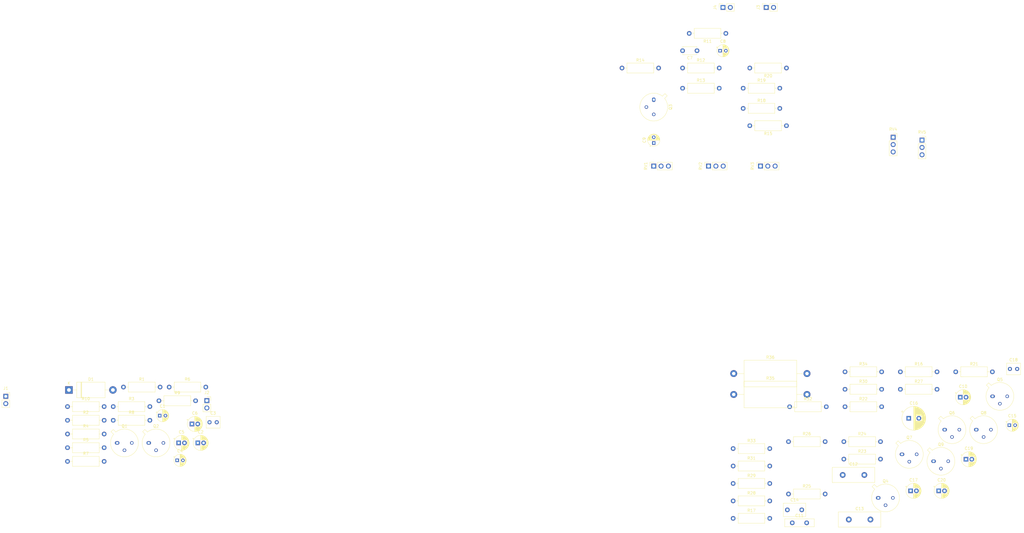
<source format=kicad_pcb>
(kicad_pcb (version 20171130) (host pcbnew 5.1.10)
  (title_block (title "Универсальный усилитель на транзисторах") (date 2020-04-12) (rev v1.0))
  (layers (0 F.Cu signal) (31 B.Cu signal) (35 F.Paste user) (37 F.SilkS user) (38 B.Mask user) (39 F.Mask user) (44 Edge.Cuts user))
  (net 0 "")
  (net 1 "Net-(C1-Pad1)")
  (net 2 "Net-(C1-Pad2)")
  (net 3 "Net-(C2-Pad2)")
  (net 4 "Net-(C3-Pad2)")
  (net 5 "Net-(C3-Pad1)")
  (net 6 GND)
  (net 7 "Net-(C4-Pad2)")
  (net 8 "Net-(C5-Pad1)")
  (net 9 "Net-(C5-Pad2)")
  (net 10 "Net-(C6-Pad2)")
  (net 11 "Net-(C7-Pad1)")
  (net 12 "Net-(C7-Pad2)")
  (net 13 "Net-(C9-Pad1)")
  (net 14 "Net-(C9-Pad2)")
  (net 15 "Net-(C10-Pad2)")
  (net 16 "Net-(C11-Pad1)")
  (net 17 "Net-(C11-Pad2)")
  (net 18 "Net-(C12-Pad2)")
  (net 19 "Net-(C13-Pad1)")
  (net 20 "Net-(C14-Pad1)")
  (net 21 "Net-(Q6-Pad2)")
  (net 22 "Net-(Q7-Pad2)")
  (net 23 -20V)
  (net 24 "Net-(C4-Pad1)")
  (net 25 "Net-(C8-Pad2)")
  (net 26 "Net-(C13-Pad2)")
  (net 27 "Net-(C15-Pad2)")
  (net 28 "Net-(C15-Pad1)")
  (net 29 "Net-(C16-Pad2)")
  (net 30 "Net-(C16-Pad1)")
  (net 31 "Net-(C17-Pad2)")
  (net 32 "Net-(C17-Pad1)")
  (net 33 "Net-(C18-Pad2)")
  (net 34 "Net-(C19-Pad1)")
  (net 35 "Net-(C20-Pad1)")
  (net 36 "Net-(Q1-Pad3)")
  (net 37 "Net-(Q3-Pad2)")
  (net 38 "Net-(Q8-Pad2)")
  (net 39 "Net-(Q9-Pad2)")
  (net 40 "Net-(R1-Pad2)")
  (net 41 "Net-(R17-Pad2)")
  (net 42 "Net-(R21-Pad1)")
  (net 43 "Net-(R26-Pad1)")
  (net 44 "Net-(R27-Pad1)")
  (net 45 "Net-(R29-Pad1)")
  (net 46 "Net-(R32-Pad2)")
  (module Resistor_THT:R_Axial_DIN0918_L18.0mm_D9.0mm_P25.40mm_Horizontal (layer F.Cu) (at 273.925001 65.775001)
    (fp_text reference R36 (at 12.7 -5.62) (layer F.SilkS))
    (fp_text value 0.15)
    (pad 2 thru_hole oval (at 25.4 0) (size 2.4 2.4) (drill 1.2) (layers *.Cu *.Mask) (net 6 GND))
    (pad 1 thru_hole circle (at 0 0) (size 2.4 2.4) (drill 1.2) (layers *.Cu *.Mask) (net 39 "Net-(Q9-Pad2)"))
  )
  (module Resistor_THT:R_Axial_DIN0918_L18.0mm_D9.0mm_P25.40mm_Horizontal (layer F.Cu) (at 273.925001 73.025001)
    (fp_text reference R35 (at 12.7 -5.62) (layer F.SilkS))
    (fp_text value 0.15)
    (pad 2 thru_hole oval (at 25.4 0) (size 2.4 2.4) (drill 1.2) (layers *.Cu *.Mask) (net 30 "Net-(C16-Pad1)"))
    (pad 1 thru_hole circle (at 0 0) (size 2.4 2.4) (drill 1.2) (layers *.Cu *.Mask) (net 38 "Net-(Q8-Pad2)"))
  )
  (module Resistor_THT:R_Axial_DIN0309_L9.0mm_D3.2mm_P12.70mm_Horizontal (layer F.Cu) (at 312.505001 65.175001)
    (fp_text reference R34 (at 6.35 -2.72) (layer F.SilkS))
    (fp_text value 100)
    (pad 2 thru_hole oval (at 12.7 0) (size 1.6 1.6) (drill 0.8) (layers *.Cu *.Mask) (net 6 GND))
    (pad 1 thru_hole circle (at 0 0) (size 1.6 1.6) (drill 0.8) (layers *.Cu *.Mask) (net 22 "Net-(Q7-Pad2)"))
  )
  (module Resistor_THT:R_Axial_DIN0309_L9.0mm_D3.2mm_P12.70mm_Horizontal (layer F.Cu) (at 273.725001 91.775001)
    (fp_text reference R33 (at 6.35 -2.72) (layer F.SilkS))
    (fp_text value 100)
    (pad 2 thru_hole oval (at 12.7 0) (size 1.6 1.6) (drill 0.8) (layers *.Cu *.Mask) (net 30 "Net-(C16-Pad1)"))
    (pad 1 thru_hole circle (at 0 0) (size 1.6 1.6) (drill 0.8) (layers *.Cu *.Mask) (net 21 "Net-(Q6-Pad2)"))
  )
  (module Resistor_THT:R_Axial_DIN0309_L9.0mm_D3.2mm_P12.70mm_Horizontal (layer F.Cu) (at 293.315001 77.275001)
    (fp_text reference R32 (at 6.35 -2.72) (layer F.SilkS))
    (fp_text value 1.8K)
    (pad 2 thru_hole oval (at 12.7 0) (size 1.6 1.6) (drill 0.8) (layers *.Cu *.Mask) (net 46 "Net-(R32-Pad2)"))
    (pad 1 thru_hole circle (at 0 0) (size 1.6 1.6) (drill 0.8) (layers *.Cu *.Mask) (net 43 "Net-(R26-Pad1)"))
  )
  (module Resistor_THT:R_Axial_DIN0309_L9.0mm_D3.2mm_P12.70mm_Horizontal (layer F.Cu) (at 273.725001 97.825001)
    (fp_text reference R31 (at 6.35 -2.72) (layer F.SilkS))
    (fp_text value 100)
    (pad 2 thru_hole oval (at 12.7 0) (size 1.6 1.6) (drill 0.8) (layers *.Cu *.Mask) (net 44 "Net-(R27-Pad1)"))
    (pad 1 thru_hole circle (at 0 0) (size 1.6 1.6) (drill 0.8) (layers *.Cu *.Mask) (net 45 "Net-(R29-Pad1)"))
  )
  (module Resistor_THT:R_Axial_DIN0309_L9.0mm_D3.2mm_P12.70mm_Horizontal (layer F.Cu) (at 312.505001 71.225001)
    (fp_text reference R30 (at 6.35 -2.72) (layer F.SilkS))
    (fp_text value 2.4K)
    (pad 2 thru_hole oval (at 12.7 0) (size 1.6 1.6) (drill 0.8) (layers *.Cu *.Mask) (net 45 "Net-(R29-Pad1)"))
    (pad 1 thru_hole circle (at 0 0) (size 1.6 1.6) (drill 0.8) (layers *.Cu *.Mask) (net 23 -20V))
  )
  (module Resistor_THT:R_Axial_DIN0309_L9.0mm_D3.2mm_P12.70mm_Horizontal (layer F.Cu) (at 273.725001 103.875001)
    (fp_text reference R29 (at 6.35 -2.72) (layer F.SilkS))
    (fp_text value 240)
    (pad 2 thru_hole oval (at 12.7 0) (size 1.6 1.6) (drill 0.8) (layers *.Cu *.Mask) (net 32 "Net-(C17-Pad1)"))
    (pad 1 thru_hole circle (at 0 0) (size 1.6 1.6) (drill 0.8) (layers *.Cu *.Mask) (net 45 "Net-(R29-Pad1)"))
  )
  (module Resistor_THT:R_Axial_DIN0309_L9.0mm_D3.2mm_P12.70mm_Horizontal (layer F.Cu) (at 273.725001 109.925001)
    (fp_text reference R28 (at 6.35 -2.72) (layer F.SilkS))
    (fp_text value 240)
    (pad 2 thru_hole oval (at 12.7 0) (size 1.6 1.6) (drill 0.8) (layers *.Cu *.Mask) (net 34 "Net-(C19-Pad1)"))
    (pad 1 thru_hole circle (at 0 0) (size 1.6 1.6) (drill 0.8) (layers *.Cu *.Mask) (net 43 "Net-(R26-Pad1)"))
  )
  (module Resistor_THT:R_Axial_DIN0309_L9.0mm_D3.2mm_P12.70mm_Horizontal (layer F.Cu) (at 331.695001 71.225001)
    (fp_text reference R27 (at 6.35 -2.72) (layer F.SilkS))
    (fp_text value 120)
    (pad 2 thru_hole oval (at 12.7 0) (size 1.6 1.6) (drill 0.8) (layers *.Cu *.Mask) (net 30 "Net-(C16-Pad1)"))
    (pad 1 thru_hole circle (at 0 0) (size 1.6 1.6) (drill 0.8) (layers *.Cu *.Mask) (net 44 "Net-(R27-Pad1)"))
  )
  (module Resistor_THT:R_Axial_DIN0309_L9.0mm_D3.2mm_P12.70mm_Horizontal (layer F.Cu) (at 292.915001 89.375001)
    (fp_text reference R26 (at 6.35 -2.72) (layer F.SilkS))
    (fp_text value 100)
    (pad 2 thru_hole oval (at 12.7 0) (size 1.6 1.6) (drill 0.8) (layers *.Cu *.Mask) (net 6 GND))
    (pad 1 thru_hole circle (at 0 0) (size 1.6 1.6) (drill 0.8) (layers *.Cu *.Mask) (net 43 "Net-(R26-Pad1)"))
  )
  (module Resistor_THT:R_Axial_DIN0309_L9.0mm_D3.2mm_P12.70mm_Horizontal (layer F.Cu) (at 292.915001 107.525001)
    (fp_text reference R25 (at 6.35 -2.72) (layer F.SilkS))
    (fp_text value 100)
    (pad 2 thru_hole oval (at 12.7 0) (size 1.6 1.6) (drill 0.8) (layers *.Cu *.Mask) (net 6 GND))
    (pad 1 thru_hole circle (at 0 0) (size 1.6 1.6) (drill 0.8) (layers *.Cu *.Mask) (net 33 "Net-(C18-Pad2)"))
  )
  (module Resistor_THT:R_Axial_DIN0309_L9.0mm_D3.2mm_P12.70mm_Horizontal (layer F.Cu) (at 312.105001 89.375001)
    (fp_text reference R24 (at 6.35 -2.72) (layer F.SilkS))
    (fp_text value 100)
    (pad 2 thru_hole oval (at 12.7 0) (size 1.6 1.6) (drill 0.8) (layers *.Cu *.Mask) (net 31 "Net-(C17-Pad2)"))
    (pad 1 thru_hole circle (at 0 0) (size 1.6 1.6) (drill 0.8) (layers *.Cu *.Mask) (net 29 "Net-(C16-Pad2)"))
  )
  (module Resistor_THT:R_Axial_DIN0309_L9.0mm_D3.2mm_P12.70mm_Horizontal (layer F.Cu) (at 312.105001 95.425001)
    (fp_text reference R23 (at 6.35 -2.72) (layer F.SilkS))
    (fp_text value 360)
    (pad 2 thru_hole oval (at 12.7 0) (size 1.6 1.6) (drill 0.8) (layers *.Cu *.Mask) (net 29 "Net-(C16-Pad2)"))
    (pad 1 thru_hole circle (at 0 0) (size 1.6 1.6) (drill 0.8) (layers *.Cu *.Mask) (net 23 -20V))
  )
  (module Resistor_THT:R_Axial_DIN0309_L9.0mm_D3.2mm_P12.70mm_Horizontal (layer F.Cu) (at 312.505001 77.275001)
    (fp_text reference R22 (at 6.35 -2.72) (layer F.SilkS))
    (fp_text value 10K)
    (pad 2 thru_hole oval (at 12.7 0) (size 1.6 1.6) (drill 0.8) (layers *.Cu *.Mask) (net 6 GND))
    (pad 1 thru_hole circle (at 0 0) (size 1.6 1.6) (drill 0.8) (layers *.Cu *.Mask) (net 27 "Net-(C15-Pad2)"))
  )
  (module Resistor_THT:R_Axial_DIN0309_L9.0mm_D3.2mm_P12.70mm_Horizontal (layer F.Cu) (at 350.885001 65.175001)
    (fp_text reference R21 (at 6.35 -2.72) (layer F.SilkS))
    (fp_text value 27K)
    (pad 2 thru_hole oval (at 12.7 0) (size 1.6 1.6) (drill 0.8) (layers *.Cu *.Mask) (net 27 "Net-(C15-Pad2)"))
    (pad 1 thru_hole circle (at 0 0) (size 1.6 1.6) (drill 0.8) (layers *.Cu *.Mask) (net 42 "Net-(R21-Pad1)"))
  )
  (module Resistor_THT:R_Axial_DIN0309_L9.0mm_D3.2mm_P12.70mm_Horizontal (layer F.Cu) (at 292.2 -40.14 180)
    (fp_text reference R20 (at 6.35 -2.72) (layer F.SilkS))
    (fp_text value 1K)
    (pad 2 thru_hole oval (at 12.7 0 180) (size 1.6 1.6) (drill 0.8) (layers *.Cu *.Mask) (net 15 "Net-(C10-Pad2)"))
    (pad 1 thru_hole circle (at 0 0 180) (size 1.6 1.6) (drill 0.8) (layers *.Cu *.Mask) (net 23 -20V))
  )
  (module Resistor_THT:R_Axial_DIN0309_L9.0mm_D3.2mm_P12.70mm_Horizontal (layer F.Cu) (at 277.2 -33.14)
    (fp_text reference R19 (at 6.35 -2.72) (layer F.SilkS))
    (fp_text value 10K)
    (pad 2 thru_hole oval (at 12.7 0) (size 1.6 1.6) (drill 0.8) (layers *.Cu *.Mask) (net 28 "Net-(C15-Pad1)"))
    (pad 1 thru_hole circle (at 0 0) (size 1.6 1.6) (drill 0.8) (layers *.Cu *.Mask) (net 15 "Net-(C10-Pad2)"))
  )
  (module Resistor_THT:R_Axial_DIN0309_L9.0mm_D3.2mm_P12.70mm_Horizontal (layer F.Cu) (at 277.2 -26.14)
    (fp_text reference R18 (at 6.35 -2.72) (layer F.SilkS))
    (fp_text value 470K)
    (pad 2 thru_hole oval (at 12.7 0) (size 1.6 1.6) (drill 0.8) (layers *.Cu *.Mask) (net 28 "Net-(C15-Pad1)"))
    (pad 1 thru_hole circle (at 0 0) (size 1.6 1.6) (drill 0.8) (layers *.Cu *.Mask) (net 19 "Net-(C13-Pad1)"))
  )
  (module Resistor_THT:R_Axial_DIN0309_L9.0mm_D3.2mm_P12.70mm_Horizontal (layer F.Cu) (at 273.725001 115.975001)
    (fp_text reference R17 (at 6.35 -2.72) (layer F.SilkS))
    (fp_text value 6.2K)
    (pad 2 thru_hole oval (at 12.7 0) (size 1.6 1.6) (drill 0.8) (layers *.Cu *.Mask) (net 41 "Net-(R17-Pad2)"))
    (pad 1 thru_hole circle (at 0 0) (size 1.6 1.6) (drill 0.8) (layers *.Cu *.Mask) (net 16 "Net-(C11-Pad1)"))
  )
  (module Resistor_THT:R_Axial_DIN0309_L9.0mm_D3.2mm_P12.70mm_Horizontal (layer F.Cu) (at 331.695001 65.175001)
    (fp_text reference R16 (at 6.35 -2.72) (layer F.SilkS))
    (fp_text value 1K)
    (pad 2 thru_hole oval (at 12.7 0) (size 1.6 1.6) (drill 0.8) (layers *.Cu *.Mask) (net 18 "Net-(C12-Pad2)"))
    (pad 1 thru_hole circle (at 0 0) (size 1.6 1.6) (drill 0.8) (layers *.Cu *.Mask) (net 6 GND))
  )
  (module Resistor_THT:R_Axial_DIN0309_L9.0mm_D3.2mm_P12.70mm_Horizontal (layer F.Cu) (at 292.2 -20.14 180)
    (fp_text reference R15 (at 6.35 -2.72) (layer F.SilkS))
    (fp_text value 18K)
    (pad 2 thru_hole oval (at 12.7 0 180) (size 1.6 1.6) (drill 0.8) (layers *.Cu *.Mask) (net 19 "Net-(C13-Pad1)"))
    (pad 1 thru_hole circle (at 0 0 180) (size 1.6 1.6) (drill 0.8) (layers *.Cu *.Mask) (net 17 "Net-(C11-Pad2)"))
  )
  (module Resistor_THT:R_Axial_DIN0309_L9.0mm_D3.2mm_P12.70mm_Horizontal (layer F.Cu) (at 235.2 -40.14)
    (fp_text reference R14 (at 6.35 -2.72) (layer F.SilkS))
    (fp_text value 560)
    (pad 2 thru_hole oval (at 12.7 0) (size 1.6 1.6) (drill 0.8) (layers *.Cu *.Mask) (net 37 "Net-(Q3-Pad2)"))
    (pad 1 thru_hole circle (at 0 0) (size 1.6 1.6) (drill 0.8) (layers *.Cu *.Mask) (net 6 GND))
  )
  (module Resistor_THT:R_Axial_DIN0309_L9.0mm_D3.2mm_P12.70mm_Horizontal (layer F.Cu) (at 256.2 -33.14)
    (fp_text reference R13 (at 6.35 -2.72) (layer F.SilkS))
    (fp_text value 20K)
    (pad 2 thru_hole oval (at 12.7 0) (size 1.6 1.6) (drill 0.8) (layers *.Cu *.Mask) (net 15 "Net-(C10-Pad2)"))
    (pad 1 thru_hole circle (at 0 0) (size 1.6 1.6) (drill 0.8) (layers *.Cu *.Mask) (net 14 "Net-(C9-Pad2)"))
  )
  (module Resistor_THT:R_Axial_DIN0309_L9.0mm_D3.2mm_P12.70mm_Horizontal (layer F.Cu) (at 256.2 -40.14)
    (fp_text reference R12 (at 6.35 -2.72) (layer F.SilkS))
    (fp_text value 2K)
    (pad 2 thru_hole oval (at 12.7 0) (size 1.6 1.6) (drill 0.8) (layers *.Cu *.Mask) (net 15 "Net-(C10-Pad2)"))
    (pad 1 thru_hole circle (at 0 0) (size 1.6 1.6) (drill 0.8) (layers *.Cu *.Mask) (net 11 "Net-(C7-Pad1)"))
  )
  (module Resistor_THT:R_Axial_DIN0309_L9.0mm_D3.2mm_P12.70mm_Horizontal (layer F.Cu) (at 271.2 -52.14 180)
    (fp_text reference R11 (at 6.35 -2.72) (layer F.SilkS))
    (fp_text value 10K)
    (pad 2 thru_hole oval (at 12.7 0 180) (size 1.6 1.6) (drill 0.8) (layers *.Cu *.Mask) (net 12 "Net-(C7-Pad2)"))
    (pad 1 thru_hole circle (at 0 0 180) (size 1.6 1.6) (drill 0.8) (layers *.Cu *.Mask) (net 25 "Net-(C8-Pad2)"))
  )
  (module Resistor_THT:R_Axial_DIN0309_L9.0mm_D3.2mm_P12.70mm_Horizontal (layer F.Cu) (at 42.985001 77.225001)
    (fp_text reference R10 (at 6.35 -2.72) (layer F.SilkS))
    (fp_text value 1K)
    (pad 2 thru_hole oval (at 12.7 0) (size 1.6 1.6) (drill 0.8) (layers *.Cu *.Mask) (net 10 "Net-(C6-Pad2)"))
    (pad 1 thru_hole circle (at 0 0) (size 1.6 1.6) (drill 0.8) (layers *.Cu *.Mask) (net 23 -20V))
  )
  (module Resistor_THT:R_Axial_DIN0309_L9.0mm_D3.2mm_P12.70mm_Horizontal (layer F.Cu) (at 74.685001 75.205001)
    (fp_text reference R9 (at 6.35 -2.72) (layer F.SilkS))
    (fp_text value 590)
    (pad 2 thru_hole oval (at 12.7 0) (size 1.6 1.6) (drill 0.8) (layers *.Cu *.Mask) (net 6 GND))
    (pad 1 thru_hole circle (at 0 0) (size 1.6 1.6) (drill 0.8) (layers *.Cu *.Mask) (net 8 "Net-(C5-Pad1)"))
  )
  (module Resistor_THT:R_Axial_DIN0309_L9.0mm_D3.2mm_P12.70mm_Horizontal (layer F.Cu) (at 58.835001 81.975001)
    (fp_text reference R8 (at 6.35 -2.72) (layer F.SilkS))
    (fp_text value 1K)
    (pad 2 thru_hole oval (at 12.7 0) (size 1.6 1.6) (drill 0.8) (layers *.Cu *.Mask) (net 6 GND))
    (pad 1 thru_hole circle (at 0 0) (size 1.6 1.6) (drill 0.8) (layers *.Cu *.Mask) (net 40 "Net-(R1-Pad2)"))
  )
  (module Resistor_THT:R_Axial_DIN0309_L9.0mm_D3.2mm_P12.70mm_Horizontal (layer F.Cu) (at 42.985001 96.225001)
    (fp_text reference R7 (at 6.35 -2.72) (layer F.SilkS))
    (fp_text value 1.2K)
    (pad 2 thru_hole oval (at 12.7 0) (size 1.6 1.6) (drill 0.8) (layers *.Cu *.Mask) (net 40 "Net-(R1-Pad2)"))
    (pad 1 thru_hole circle (at 0 0) (size 1.6 1.6) (drill 0.8) (layers *.Cu *.Mask) (net 9 "Net-(C5-Pad2)"))
  )
  (module Resistor_THT:R_Axial_DIN0309_L9.0mm_D3.2mm_P12.70mm_Horizontal (layer F.Cu) (at 78.225001 70.455001)
    (fp_text reference R6 (at 6.35 -2.72) (layer F.SilkS))
    (fp_text value 8.2K)
    (pad 2 thru_hole oval (at 12.7 0) (size 1.6 1.6) (drill 0.8) (layers *.Cu *.Mask) (net 7 "Net-(C4-Pad2)"))
    (pad 1 thru_hole circle (at 0 0) (size 1.6 1.6) (drill 0.8) (layers *.Cu *.Mask) (net 10 "Net-(C6-Pad2)"))
  )
  (module Resistor_THT:R_Axial_DIN0309_L9.0mm_D3.2mm_P12.70mm_Horizontal (layer F.Cu) (at 42.985001 91.475001)
    (fp_text reference R5 (at 6.35 -2.72) (layer F.SilkS))
    (fp_text value 120K)
    (pad 2 thru_hole oval (at 12.7 0) (size 1.6 1.6) (drill 0.8) (layers *.Cu *.Mask) (net 36 "Net-(Q1-Pad3)"))
    (pad 1 thru_hole circle (at 0 0) (size 1.6 1.6) (drill 0.8) (layers *.Cu *.Mask) (net 10 "Net-(C6-Pad2)"))
  )
  (module Resistor_THT:R_Axial_DIN0309_L9.0mm_D3.2mm_P12.70mm_Horizontal (layer F.Cu) (at 42.985001 86.725001)
    (fp_text reference R4 (at 6.35 -2.72) (layer F.SilkS))
    (fp_text value 75K)
    (pad 2 thru_hole oval (at 12.7 0) (size 1.6 1.6) (drill 0.8) (layers *.Cu *.Mask) (net 4 "Net-(C3-Pad2)"))
    (pad 1 thru_hole circle (at 0 0) (size 1.6 1.6) (drill 0.8) (layers *.Cu *.Mask) (net 5 "Net-(C3-Pad1)"))
  )
  (module Resistor_THT:R_Axial_DIN0309_L9.0mm_D3.2mm_P12.70mm_Horizontal (layer F.Cu) (at 58.835001 77.225001)
    (fp_text reference R3 (at 6.35 -2.72) (layer F.SilkS))
    (fp_text value 3K)
    (pad 2 thru_hole oval (at 12.7 0) (size 1.6 1.6) (drill 0.8) (layers *.Cu *.Mask) (net 6 GND))
    (pad 1 thru_hole circle (at 0 0) (size 1.6 1.6) (drill 0.8) (layers *.Cu *.Mask) (net 3 "Net-(C2-Pad2)"))
  )
  (module Resistor_THT:R_Axial_DIN0309_L9.0mm_D3.2mm_P12.70mm_Horizontal (layer F.Cu) (at 42.985001 81.975001)
    (fp_text reference R2 (at 6.35 -2.72) (layer F.SilkS))
    (fp_text value 150)
    (pad 2 thru_hole oval (at 12.7 0) (size 1.6 1.6) (drill 0.8) (layers *.Cu *.Mask) (net 3 "Net-(C2-Pad2)"))
    (pad 1 thru_hole circle (at 0 0) (size 1.6 1.6) (drill 0.8) (layers *.Cu *.Mask) (net 4 "Net-(C3-Pad2)"))
  )
  (module Resistor_THT:R_Axial_DIN0309_L9.0mm_D3.2mm_P12.70mm_Horizontal (layer F.Cu) (at 62.375001 70.455001)
    (fp_text reference R1 (at 6.35 -2.72) (layer F.SilkS))
    (fp_text value 6.8K)
    (pad 2 thru_hole oval (at 12.7 0) (size 1.6 1.6) (drill 0.8) (layers *.Cu *.Mask) (net 40 "Net-(R1-Pad2)"))
    (pad 1 thru_hole circle (at 0 0) (size 1.6 1.6) (drill 0.8) (layers *.Cu *.Mask) (net 2 "Net-(C1-Pad2)"))
  )
  (module Package_TO_SOT_THT:TO-11-3 (layer F.Cu) (at 71.145001 89.825001)
    (fp_text reference Q2 (at 2.54 -5.82) (layer F.SilkS))
    (fp_text value П28)
    (pad 3 thru_hole oval (at 5.08 0) (size 1.2 1.2) (drill 0.7) (layers *.Cu *.Mask) (net 7 "Net-(C4-Pad2)"))
    (pad 2 thru_hole oval (at 2.54 2.54) (size 1.2 1.2) (drill 0.7) (layers *.Cu *.Mask) (net 9 "Net-(C5-Pad2)"))
    (pad 1 thru_hole oval (at 0 0) (size 1.6 1.2) (drill 0.7) (layers *.Cu *.Mask) (net 36 "Net-(Q1-Pad3)"))
  )
  (module Package_TO_SOT_THT:TO-11-3 (layer F.Cu) (at 60.195001 89.825001)
    (fp_text reference Q1 (at 2.54 -5.82) (layer F.SilkS))
    (fp_text value П28)
    (pad 3 thru_hole oval (at 5.08 0) (size 1.2 1.2) (drill 0.7) (layers *.Cu *.Mask) (net 36 "Net-(Q1-Pad3)"))
    (pad 2 thru_hole oval (at 2.54 2.54) (size 1.2 1.2) (drill 0.7) (layers *.Cu *.Mask) (net 4 "Net-(C3-Pad2)"))
    (pad 1 thru_hole oval (at 0 0) (size 1.6 1.2) (drill 0.7) (layers *.Cu *.Mask) (net 2 "Net-(C1-Pad2)"))
  )
  (module Connector_PinSocket_2.54mm:PinSocket_1x02_P2.54mm_Vertical (layer F.Cu) (at 91.285001 75.155001)
    (fp_text reference J2 (at 0 -2.77) (layer F.SilkS))
    (fp_text value Output)
    (pad 2 thru_hole oval (at 0 2.54) (size 1.7 1.7) (drill 1) (layers *.Cu *.Mask) (net 6 GND))
    (pad 1 thru_hole rect (at 0 0) (size 1.7 1.7) (drill 1) (layers *.Cu *.Mask) (net 24 "Net-(C4-Pad1)"))
  )
  (module Connector_PinSocket_2.54mm:PinSocket_1x02_P2.54mm_Vertical (layer F.Cu) (at 21.59 73.66)
    (fp_text reference J1 (at 0 -2.77) (layer F.SilkS))
    (fp_text value Input)
    (pad 2 thru_hole oval (at 0 2.54) (size 1.7 1.7) (drill 1) (layers *.Cu *.Mask) (net 6 GND))
    (pad 1 thru_hole rect (at 0 0) (size 1.7 1.7) (drill 1) (layers *.Cu *.Mask) (net 1 "Net-(C1-Pad1)"))
  )
  (module Diode_THT:D_DO-201_P15.24mm_Horizontal (layer F.Cu) (at 43.485001 71.465001)
    (fp_text reference D1 (at 7.62 -3.725) (layer F.SilkS))
    (fp_text value Д813)
    (fp_text user K (at 0 -2.3) (layer F.SilkS))
    (pad 2 thru_hole oval (at 15.24 0) (size 2.6 2.6) (drill 1.3) (layers *.Cu *.Mask) (net 10 "Net-(C6-Pad2)"))
    (pad 1 thru_hole rect (at 0 0) (size 2.6 2.6) (drill 1.3) (layers *.Cu *.Mask) (net 6 GND))
  )
  (module Capacitor_THT:CP_Radial_D5.0mm_P2.00mm (layer F.Cu) (at 344.989699 106.425001)
    (fp_text reference C20 (at 1 -3.75) (layer F.SilkS))
    (fp_text value "1u x 30V")
    (pad 2 thru_hole circle (at 2 0) (size 1.6 1.6) (drill 0.8) (layers *.Cu *.Mask) (net 30 "Net-(C16-Pad1)"))
    (pad 1 thru_hole rect (at 0 0) (size 1.6 1.6) (drill 0.8) (layers *.Cu *.Mask) (net 35 "Net-(C20-Pad1)"))
  )
  (module Capacitor_THT:CP_Radial_D5.0mm_P2.00mm (layer F.Cu) (at 354.439699 95.475001)
    (fp_text reference C19 (at 1 -3.75) (layer F.SilkS))
    (fp_text value "50u x 6V")
    (pad 2 thru_hole circle (at 2 0) (size 1.6 1.6) (drill 0.8) (layers *.Cu *.Mask) (net 33 "Net-(C18-Pad2)"))
    (pad 1 thru_hole rect (at 0 0) (size 1.6 1.6) (drill 0.8) (layers *.Cu *.Mask) (net 34 "Net-(C19-Pad1)"))
  )
  (module Capacitor_THT:C_Rect_L4.6mm_W3.8mm_P2.50mm_MKS02_FKP02 (layer F.Cu) (at 369.675001 64.175001)
    (fp_text reference C18 (at 1.25 -3.15) (layer F.SilkS))
    (fp_text value 0.001u)
    (pad 2 thru_hole circle (at 2.5 0) (size 1.4 1.4) (drill 0.7) (layers *.Cu *.Mask) (net 33 "Net-(C18-Pad2)"))
    (pad 1 thru_hole circle (at 0 0) (size 1.4 1.4) (drill 0.7) (layers *.Cu *.Mask) (net 30 "Net-(C16-Pad1)"))
  )
  (module Capacitor_THT:CP_Radial_D5.0mm_P2.00mm (layer F.Cu) (at 335.249699 106.425001)
    (fp_text reference C17 (at 1 -3.75) (layer F.SilkS))
    (fp_text value "50u x 6V")
    (pad 2 thru_hole circle (at 2 0) (size 1.6 1.6) (drill 0.8) (layers *.Cu *.Mask) (net 31 "Net-(C17-Pad2)"))
    (pad 1 thru_hole rect (at 0 0) (size 1.6 1.6) (drill 0.8) (layers *.Cu *.Mask) (net 32 "Net-(C17-Pad1)"))
  )
  (module Capacitor_THT:CP_Radial_D8.0mm_P3.50mm (layer F.Cu) (at 334.597083 81.275001)
    (fp_text reference C16 (at 1.75 -5.25) (layer F.SilkS))
    (fp_text value "200u x 15V")
    (pad 2 thru_hole circle (at 3.5 0) (size 1.6 1.6) (drill 0.8) (layers *.Cu *.Mask) (net 29 "Net-(C16-Pad2)"))
    (pad 1 thru_hole rect (at 0 0) (size 1.6 1.6) (drill 0.8) (layers *.Cu *.Mask) (net 30 "Net-(C16-Pad1)"))
  )
  (module Capacitor_THT:CP_Radial_D4.0mm_P2.00mm (layer F.Cu) (at 369.472212 83.675001)
    (fp_text reference C15 (at 1 -3.25) (layer F.SilkS))
    (fp_text value "10u x 10V")
    (pad 2 thru_hole circle (at 2 0) (size 1.2 1.2) (drill 0.6) (layers *.Cu *.Mask) (net 27 "Net-(C15-Pad2)"))
    (pad 1 thru_hole rect (at 0 0) (size 1.2 1.2) (drill 0.6) (layers *.Cu *.Mask) (net 28 "Net-(C15-Pad1)"))
  )
  (module Capacitor_THT:C_Disc_D7.5mm_W4.4mm_P5.00mm (layer F.Cu) (at 292.515001 113.025001)
    (fp_text reference C14 (at 2.5 -3.45) (layer F.SilkS))
    (fp_text value 0.01u)
    (pad 2 thru_hole circle (at 5 0) (size 1.6 1.6) (drill 0.8) (layers *.Cu *.Mask) (net 6 GND))
    (pad 1 thru_hole circle (at 0 0) (size 1.6 1.6) (drill 0.8) (layers *.Cu *.Mask) (net 20 "Net-(C14-Pad1)"))
  )
  (module Capacitor_THT:C_Disc_D14.5mm_W5.0mm_P7.50mm (layer F.Cu) (at 313.815001 116.375001)
    (fp_text reference C13 (at 3.75 -3.75) (layer F.SilkS))
    (fp_text value 0.1u)
    (pad 2 thru_hole circle (at 7.5 0) (size 2 2) (drill 1) (layers *.Cu *.Mask) (net 26 "Net-(C13-Pad2)"))
    (pad 1 thru_hole circle (at 0 0) (size 2 2) (drill 1) (layers *.Cu *.Mask) (net 19 "Net-(C13-Pad1)"))
  )
  (module Capacitor_THT:C_Disc_D14.5mm_W5.0mm_P7.50mm (layer F.Cu) (at 311.705001 100.925001)
    (fp_text reference C12 (at 3.75 -3.75) (layer F.SilkS))
    (fp_text value 0.22u)
    (pad 2 thru_hole circle (at 7.5 0) (size 2 2) (drill 1) (layers *.Cu *.Mask) (net 18 "Net-(C12-Pad2)"))
    (pad 1 thru_hole circle (at 0 0) (size 2 2) (drill 1) (layers *.Cu *.Mask) (net 16 "Net-(C11-Pad1)"))
  )
  (module Capacitor_THT:CP_Radial_D5.0mm_P2.00mm (layer F.Cu) (at 352.449647 73.975001)
    (fp_text reference C10 (at 1 -3.75) (layer F.SilkS))
    (fp_text value "22u x 30V")
    (pad 2 thru_hole circle (at 2 0) (size 1.6 1.6) (drill 0.8) (layers *.Cu *.Mask) (net 15 "Net-(C10-Pad2)"))
    (pad 1 thru_hole rect (at 0 0) (size 1.6 1.6) (drill 0.8) (layers *.Cu *.Mask) (net 6 GND))
  )
  (module Capacitor_THT:CP_Radial_D4.0mm_P2.00mm (layer F.Cu) (at 246.2 -14.14 90)
    (fp_text reference C9 (at 1 -3.25 90) (layer F.SilkS))
    (fp_text value "10u x 10V")
    (pad 2 thru_hole circle (at 2 0 90) (size 1.2 1.2) (drill 0.6) (layers *.Cu *.Mask) (net 14 "Net-(C9-Pad2)"))
    (pad 1 thru_hole rect (at 0 0 90) (size 1.2 1.2) (drill 0.6) (layers *.Cu *.Mask) (net 13 "Net-(C9-Pad1)"))
  )
  (module Capacitor_THT:CP_Radial_D5.0mm_P2.00mm (layer F.Cu) (at 86.124776 83.255001)
    (fp_text reference C6 (at 1 -3.75) (layer F.SilkS))
    (fp_text value "33u x 20V")
    (pad 2 thru_hole circle (at 2 0) (size 1.6 1.6) (drill 0.8) (layers *.Cu *.Mask) (net 10 "Net-(C6-Pad2)"))
    (pad 1 thru_hole rect (at 0 0) (size 1.6 1.6) (drill 0.8) (layers *.Cu *.Mask) (net 6 GND))
  )
  (module Capacitor_THT:CP_Radial_D5.0mm_P2.00mm (layer F.Cu) (at 81.524776 89.805001)
    (fp_text reference C5 (at 1 -3.75) (layer F.SilkS))
    (fp_text value "15u x 6V")
    (pad 2 thru_hole circle (at 2 0) (size 1.6 1.6) (drill 0.8) (layers *.Cu *.Mask) (net 9 "Net-(C5-Pad2)"))
    (pad 1 thru_hole rect (at 0 0) (size 1.6 1.6) (drill 0.8) (layers *.Cu *.Mask) (net 8 "Net-(C5-Pad1)"))
  )
  (module Capacitor_THT:CP_Radial_D4.0mm_P2.00mm (layer F.Cu) (at 80.989802 95.855001)
    (fp_text reference C4 (at 1 -3.25) (layer F.SilkS))
    (fp_text value "5u x 10V")
    (pad 2 thru_hole circle (at 2 0) (size 1.2 1.2) (drill 0.6) (layers *.Cu *.Mask) (net 7 "Net-(C4-Pad2)"))
    (pad 1 thru_hole rect (at 0 0) (size 1.2 1.2) (drill 0.6) (layers *.Cu *.Mask) (net 24 "Net-(C4-Pad1)"))
  )
  (module Capacitor_THT:C_Rect_L4.6mm_W3.8mm_P2.50mm_MKS02_FKP02 (layer F.Cu) (at 92.215001 82.655001)
    (fp_text reference C3 (at 1.25 -3.15) (layer F.SilkS))
    (fp_text value 120p)
    (pad 2 thru_hole circle (at 2.5 0) (size 1.4 1.4) (drill 0.7) (layers *.Cu *.Mask) (net 4 "Net-(C3-Pad2)"))
    (pad 1 thru_hole circle (at 0 0) (size 1.4 1.4) (drill 0.7) (layers *.Cu *.Mask) (net 5 "Net-(C3-Pad1)"))
  )
  (module Capacitor_THT:CP_Radial_D5.0mm_P2.00mm (layer F.Cu) (at 88.154776 89.805001)
    (fp_text reference C2 (at 1 -3.75) (layer F.SilkS))
    (fp_text value "15u x 6V")
    (pad 2 thru_hole circle (at 2 0) (size 1.6 1.6) (drill 0.8) (layers *.Cu *.Mask) (net 3 "Net-(C2-Pad2)"))
    (pad 1 thru_hole rect (at 0 0) (size 1.6 1.6) (drill 0.8) (layers *.Cu *.Mask) (net 6 GND))
  )
  (module Capacitor_THT:CP_Radial_D4.0mm_P2.00mm (layer F.Cu) (at 74.939802 80.355001)
    (fp_text reference C1 (at 1 -3.25) (layer F.SilkS))
    (fp_text value "5u x 15V")
    (pad 2 thru_hole circle (at 2 0) (size 1.2 1.2) (drill 0.6) (layers *.Cu *.Mask) (net 2 "Net-(C1-Pad2)"))
    (pad 1 thru_hole rect (at 0 0) (size 1.2 1.2) (drill 0.6) (layers *.Cu *.Mask) (net 1 "Net-(C1-Pad1)"))
  )
  (module Connector_PinSocket_2.54mm:PinSocket_1x03_P2.54mm_Vertical (layer F.Cu) (at 339.2 -15.14)
    (fp_text reference RV5 (at 0 -2.77) (layer F.SilkS))
    (fp_text value 2.2K)
    (pad 3 thru_hole oval (at 0 5.08) (size 1.7 1.7) (drill 1) (layers *.Cu *.Mask) (net 46 "Net-(R32-Pad2)"))
    (pad 2 thru_hole oval (at 0 2.54) (size 1.7 1.7) (drill 1) (layers *.Cu *.Mask) (net 46 "Net-(R32-Pad2)"))
    (pad 1 thru_hole rect (at 0 0) (size 1.7 1.7) (drill 1) (layers *.Cu *.Mask) (net 44 "Net-(R27-Pad1)"))
  )
  (module Connector_PinSocket_2.54mm:PinSocket_1x03_P2.54mm_Vertical (layer F.Cu) (at 329.2 -16.14)
    (fp_text reference RV4 (at 0 -2.77) (layer F.SilkS))
    (fp_text value 47K)
    (pad 3 thru_hole oval (at 0 5.08) (size 1.7 1.7) (drill 1) (layers *.Cu *.Mask) (net 42 "Net-(R21-Pad1)"))
    (pad 2 thru_hole oval (at 0 2.54) (size 1.7 1.7) (drill 1) (layers *.Cu *.Mask) (net 23 -20V))
    (pad 1 thru_hole rect (at 0 0) (size 1.7 1.7) (drill 1) (layers *.Cu *.Mask) (net 23 -20V))
  )
  (module Connector_PinSocket_2.54mm:PinSocket_1x03_P2.54mm_Vertical (layer F.Cu) (at 283.2 -6.14 90)
    (fp_text reference RV3 (at 0 -2.77 90) (layer F.SilkS))
    (fp_text value 150K)
    (pad 3 thru_hole oval (at 0 5.08 90) (size 1.7 1.7) (drill 1) (layers *.Cu *.Mask) (net 20 "Net-(C14-Pad1)"))
    (pad 2 thru_hole oval (at 0 2.54 90) (size 1.7 1.7) (drill 1) (layers *.Cu *.Mask) (net 41 "Net-(R17-Pad2)"))
    (pad 1 thru_hole rect (at 0 0 90) (size 1.7 1.7) (drill 1) (layers *.Cu *.Mask) (net 26 "Net-(C13-Pad2)"))
  )
  (module Connector_PinSocket_2.54mm:PinSocket_1x03_P2.54mm_Vertical (layer F.Cu) (at 265.2 -6.14 90)
    (fp_text reference RV2 (at 0 -2.77 90) (layer F.SilkS))
    (fp_text value 150K)
    (pad 3 thru_hole oval (at 0 5.08 90) (size 1.7 1.7) (drill 1) (layers *.Cu *.Mask) (net 18 "Net-(C12-Pad2)"))
    (pad 2 thru_hole oval (at 0 2.54 90) (size 1.7 1.7) (drill 1) (layers *.Cu *.Mask) (net 16 "Net-(C11-Pad1)"))
    (pad 1 thru_hole rect (at 0 0 90) (size 1.7 1.7) (drill 1) (layers *.Cu *.Mask) (net 17 "Net-(C11-Pad2)"))
  )
  (module Connector_PinSocket_2.54mm:PinSocket_1x03_P2.54mm_Vertical (layer F.Cu) (at 246.2 -6.14 90)
    (fp_text reference RV1 (at 0 -2.77 90) (layer F.SilkS))
    (fp_text value 51K)
    (pad 3 thru_hole oval (at 0 5.08 90) (size 1.7 1.7) (drill 1) (layers *.Cu *.Mask) (net 6 GND))
    (pad 2 thru_hole oval (at 0 2.54 90) (size 1.7 1.7) (drill 1) (layers *.Cu *.Mask) (net 41 "Net-(R17-Pad2)"))
    (pad 1 thru_hole rect (at 0 0 90) (size 1.7 1.7) (drill 1) (layers *.Cu *.Mask) (net 13 "Net-(C9-Pad1)"))
  )
  (module Capacitor_THT:C_Disc_D4.7mm_W2.5mm_P5.00mm (layer F.Cu) (at 261.2 -46.14 180)
    (fp_text reference C7 (at 2.5 -2.5) (layer F.SilkS))
    (fp_text value 510p)
    (pad 1 thru_hole circle (at 0 0 180) (size 1.6 1.6) (drill 0.8) (layers *.Cu *.Mask) (net 11 "Net-(C7-Pad1)"))
    (pad 2 thru_hole circle (at 5 0 180) (size 1.6 1.6) (drill 0.8) (layers *.Cu *.Mask) (net 12 "Net-(C7-Pad2)"))
  )
  (module Capacitor_THT:CP_Radial_D4.0mm_P2.00mm (layer F.Cu) (at 269.2 -46.14)
    (fp_text reference C8 (at 1 -3.25) (layer F.SilkS))
    (fp_text value "5u x 6V")
    (pad 1 thru_hole rect (at 0 0) (size 1.2 1.2) (drill 0.6) (layers *.Cu *.Mask) (net 11 "Net-(C7-Pad1)"))
    (pad 2 thru_hole circle (at 2 0) (size 1.2 1.2) (drill 0.6) (layers *.Cu *.Mask) (net 25 "Net-(C8-Pad2)"))
  )
  (module Capacitor_THT:C_Disc_D10.0mm_W2.5mm_P5.00mm (layer F.Cu) (at 294.215001 117.525001)
    (fp_text reference C11 (at 2.5 -2.5) (layer F.SilkS))
    (fp_text value 0.022u)
    (pad 1 thru_hole circle (at 0 0) (size 1.6 1.6) (drill 0.8) (layers *.Cu *.Mask) (net 16 "Net-(C11-Pad1)"))
    (pad 2 thru_hole circle (at 5 0) (size 1.6 1.6) (drill 0.8) (layers *.Cu *.Mask) (net 17 "Net-(C11-Pad2)"))
  )
  (module Connector_PinSocket_2.54mm:PinSocket_1x02_P2.54mm_Vertical (layer F.Cu) (at 270.2 -61.14 90)
    (fp_text reference J4 (at 0 -2.77 90) (layer F.SilkS))
    (fp_text value Output)
    (pad 1 thru_hole rect (at 0 0 90) (size 1.7 1.7) (drill 1) (layers *.Cu *.Mask) (net 35 "Net-(C20-Pad1)"))
    (pad 2 thru_hole oval (at 0 2.54 90) (size 1.7 1.7) (drill 1) (layers *.Cu *.Mask) (net 6 GND))
  )
  (module Connector_PinSocket_2.54mm:PinSocket_1x02_P2.54mm_Vertical (layer F.Cu) (at 285.2 -61.14 90)
    (fp_text reference J3 (at 0 -2.77 90) (layer F.SilkS))
    (fp_text value Input)
    (pad 1 thru_hole rect (at 0 0 90) (size 1.7 1.7) (drill 1) (layers *.Cu *.Mask) (net 12 "Net-(C7-Pad2)"))
    (pad 2 thru_hole oval (at 0 2.54 90) (size 1.7 1.7) (drill 1) (layers *.Cu *.Mask) (net 6 GND))
  )
  (module Package_TO_SOT_THT:TO-5-3 (layer F.Cu) (at 246.2 -29.14 270)
    (fp_text reference Q3 (at 2.54 -5.82 90) (layer F.SilkS))
    (fp_text value МП39Б)
    (pad 3 thru_hole oval (at 5.08 0 270) (size 1.2 1.2) (drill 0.7) (layers *.Cu *.Mask) (net 14 "Net-(C9-Pad2)"))
    (pad 2 thru_hole oval (at 2.54 2.54 270) (size 1.2 1.2) (drill 0.7) (layers *.Cu *.Mask) (net 37 "Net-(Q3-Pad2)"))
    (pad 1 thru_hole oval (at 0 0 270) (size 1.6 1.2) (drill 0.7) (layers *.Cu *.Mask) (net 11 "Net-(C7-Pad1)"))
  )
  (module Package_TO_SOT_THT:TO-5-3 (layer F.Cu) (at 324.015001 108.875001)
    (fp_text reference Q4 (at 2.54 -5.82) (layer F.SilkS))
    (fp_text value МП39Б)
    (pad 1 thru_hole oval (at 0 0) (size 1.6 1.2) (drill 0.7) (layers *.Cu *.Mask) (net 19 "Net-(C13-Pad1)"))
    (pad 2 thru_hole oval (at 2.54 2.54) (size 1.2 1.2) (drill 0.7) (layers *.Cu *.Mask) (net 6 GND))
    (pad 3 thru_hole oval (at 5.08 0) (size 1.2 1.2) (drill 0.7) (layers *.Cu *.Mask) (net 28 "Net-(C15-Pad1)"))
  )
  (module Package_TO_SOT_THT:TO-5-3 (layer F.Cu) (at 363.655001 73.675001)
    (fp_text reference Q5 (at 2.54 -5.82) (layer F.SilkS))
    (fp_text value МП41)
    (pad 1 thru_hole oval (at 0 0) (size 1.6 1.2) (drill 0.7) (layers *.Cu *.Mask) (net 27 "Net-(C15-Pad2)"))
    (pad 2 thru_hole oval (at 2.54 2.54) (size 1.2 1.2) (drill 0.7) (layers *.Cu *.Mask) (net 33 "Net-(C18-Pad2)"))
    (pad 3 thru_hole oval (at 5.08 0) (size 1.2 1.2) (drill 0.7) (layers *.Cu *.Mask) (net 31 "Net-(C17-Pad2)"))
  )
  (module Package_TO_SOT_THT:TO-5-3 (layer F.Cu) (at 347.055001 85.225001)
    (fp_text reference Q6 (at 2.54 -5.82) (layer F.SilkS))
    (fp_text value МП42Б)
    (pad 3 thru_hole oval (at 5.08 0) (size 1.2 1.2) (drill 0.7) (layers *.Cu *.Mask) (net 23 -20V))
    (pad 2 thru_hole oval (at 2.54 2.54) (size 1.2 1.2) (drill 0.7) (layers *.Cu *.Mask) (net 21 "Net-(Q6-Pad2)"))
    (pad 1 thru_hole oval (at 0 0) (size 1.6 1.2) (drill 0.7) (layers *.Cu *.Mask) (net 32 "Net-(C17-Pad1)"))
  )
  (module Package_TO_SOT_THT:TO-5-3 (layer F.Cu) (at 332.255001 93.775001)
    (fp_text reference Q7 (at 2.54 -5.82) (layer F.SilkS))
    (fp_text value МП42Б)
    (pad 1 thru_hole oval (at 0 0) (size 1.6 1.2) (drill 0.7) (layers *.Cu *.Mask) (net 34 "Net-(C19-Pad1)"))
    (pad 2 thru_hole oval (at 2.54 2.54) (size 1.2 1.2) (drill 0.7) (layers *.Cu *.Mask) (net 22 "Net-(Q7-Pad2)"))
    (pad 3 thru_hole oval (at 5.08 0) (size 1.2 1.2) (drill 0.7) (layers *.Cu *.Mask) (net 30 "Net-(C16-Pad1)"))
  )
  (module Package_TO_SOT_THT:TO-5-3 (layer F.Cu) (at 358.005001 85.225001)
    (fp_text reference Q8 (at 2.54 -5.82) (layer F.SilkS))
    (fp_text value П214А)
    (pad 3 thru_hole oval (at 5.08 0) (size 1.2 1.2) (drill 0.7) (layers *.Cu *.Mask) (net 23 -20V))
    (pad 2 thru_hole oval (at 2.54 2.54) (size 1.2 1.2) (drill 0.7) (layers *.Cu *.Mask) (net 38 "Net-(Q8-Pad2)"))
    (pad 1 thru_hole oval (at 0 0) (size 1.6 1.2) (drill 0.7) (layers *.Cu *.Mask) (net 21 "Net-(Q6-Pad2)"))
  )
  (module Package_TO_SOT_THT:TO-5-3 (layer F.Cu) (at 343.205001 96.175001)
    (fp_text reference Q9 (at 2.54 -5.82) (layer F.SilkS))
    (fp_text value П214А)
    (pad 1 thru_hole oval (at 0 0) (size 1.6 1.2) (drill 0.7) (layers *.Cu *.Mask) (net 22 "Net-(Q7-Pad2)"))
    (pad 2 thru_hole oval (at 2.54 2.54) (size 1.2 1.2) (drill 0.7) (layers *.Cu *.Mask) (net 39 "Net-(Q9-Pad2)"))
    (pad 3 thru_hole oval (at 5.08 0) (size 1.2 1.2) (drill 0.7) (layers *.Cu *.Mask) (net 30 "Net-(C16-Pad1)"))
  )
)
</source>
